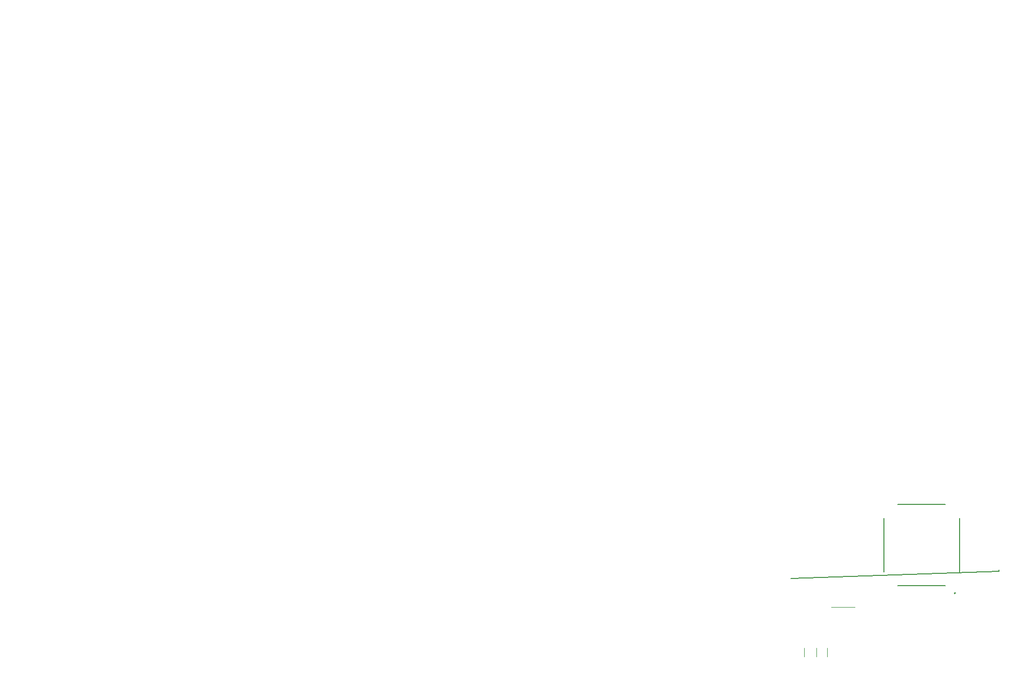
<source format=gbr>
From 69a08dacca69340c872528449dcab6e304934973 Mon Sep 17 00:00:00 2001
From: Blaise Thompson <blaise@untzag.com>
Date: Sat, 6 Mar 2021 12:12:09 -0600
Subject: digital driver revision B

---
 digital-driver/gerber/driver-F_SilkS.gbr | 57 ++++++++++++++++----------------
 1 file changed, 28 insertions(+), 29 deletions(-)

(limited to 'digital-driver/gerber/driver-F_SilkS.gbr')

diff --git a/digital-driver/gerber/driver-F_SilkS.gbr b/digital-driver/gerber/driver-F_SilkS.gbr
index d854bb1..052653d 100644
--- a/digital-driver/gerber/driver-F_SilkS.gbr
+++ b/digital-driver/gerber/driver-F_SilkS.gbr
@@ -1,12 +1,12 @@
 %TF.GenerationSoftware,KiCad,Pcbnew,5.1.8+dfsg1-1+b1*%
-%TF.CreationDate,2021-01-25T11:41:01-06:00*%
-%TF.ProjectId,driver,64726976-6572-42e6-9b69-6361645f7063,1.0.0*%
+%TF.CreationDate,2021-03-06T12:09:01-06:00*%
+%TF.ProjectId,driver,64726976-6572-42e6-9b69-6361645f7063,B*%
 %TF.SameCoordinates,Original*%
 %TF.FileFunction,Legend,Top*%
 %TF.FilePolarity,Positive*%
 %FSLAX46Y46*%
 G04 Gerber Fmt 4.6, Leading zero omitted, Abs format (unit mm)*
-G04 Created by KiCad (PCBNEW 5.1.8+dfsg1-1+b1) date 2021-01-25 11:41:01*
+G04 Created by KiCad (PCBNEW 5.1.8+dfsg1-1+b1) date 2021-03-06 12:09:01*
 %MOMM*%
 %LPD*%
 G01*
@@ -16,9 +16,9 @@ G04 APERTURE LIST*
 %TA.AperFunction,Profile*%
 %ADD12C,0.100000*%
 %TD*%
-%ADD13C,0.120000*%
-%ADD14C,0.127000*%
-%ADD15C,0.200000*%
+%ADD13C,0.127000*%
+%ADD14C,0.200000*%
+%ADD15C,0.120000*%
 %ADD16C,0.010000*%
 G04 APERTURE END LIST*
 D10*
@@ -166,12 +166,12 @@ X148899523Y-105441904D01*
 X148994761Y-105537142D01*
 X149042380Y-105680000D01*
 X149042380Y-105918095D01*
-X112649047Y-85161428D02*
-X113410952Y-85161428D01*
 X115189047Y-85161428D02*
 X115950952Y-85161428D01*
-X115570000Y-85542380D02*
-X115570000Y-84780476D01*
+X112649047Y-85161428D02*
+X113410952Y-85161428D01*
+X113030000Y-85542380D02*
+X113030000Y-84780476D01*
 X117133809Y-102052380D02*
 X117133809Y-101052380D01*
 X117562380Y-101147619D02*
@@ -674,6 +674,23 @@ G02*
 X167640000Y-81280000I0J-2540000D01*
 G01*
 D13*
+%TO.C,PS1*%
+X154840000Y-83200000D02*
+X154840000Y-92060000D01*
+X142340000Y-92060000D02*
+X142340000Y-83200000D01*
+X144660000Y-80880000D02*
+X152520000Y-80880000D01*
+D14*
+X154190000Y-95630000D02*
+G75*
+G03*
+X154190000Y-95630000I-100000J0D01*
+G01*
+D13*
+X152520000Y-94380000D02*
+X144660000Y-94380000D01*
+D15*
 %TO.C,R7*%
 X129180000Y-104682936D02*
 X129180000Y-106137064D01*
@@ -684,24 +701,6 @@ X132990000Y-104682936D02*
 X132990000Y-106137064D01*
 X131170000Y-104682936D02*
 X131170000Y-106137064D01*
-D14*
-%TO.C,PS1*%
-X152520000Y-94380000D02*
-X144660000Y-94380000D01*
-D15*
-X154190000Y-95630000D02*
-G75*
-G03*
-X154190000Y-95630000I-100000J0D01*
-G01*
-D14*
-X144660000Y-80880000D02*
-X152520000Y-80880000D01*
-X142340000Y-92060000D02*
-X142340000Y-83200000D01*
-X154840000Y-83200000D02*
-X154840000Y-92060000D01*
-D13*
 %TO.C,J1*%
 X161430000Y-91760000D02*
 X161430000Y-92040000D01*
@@ -6443,7 +6442,7 @@ X126899590Y-93226890D01*
 X126904565Y-93197680D01*
 X126964640Y-93197680D01*
 X126990497Y-93197841D01*
-D13*
+D15*
 %TO.C,D1*%
 X137490000Y-97925000D02*
 X133605000Y-97925000D01*
-- 
cgit v1.2.3


</source>
